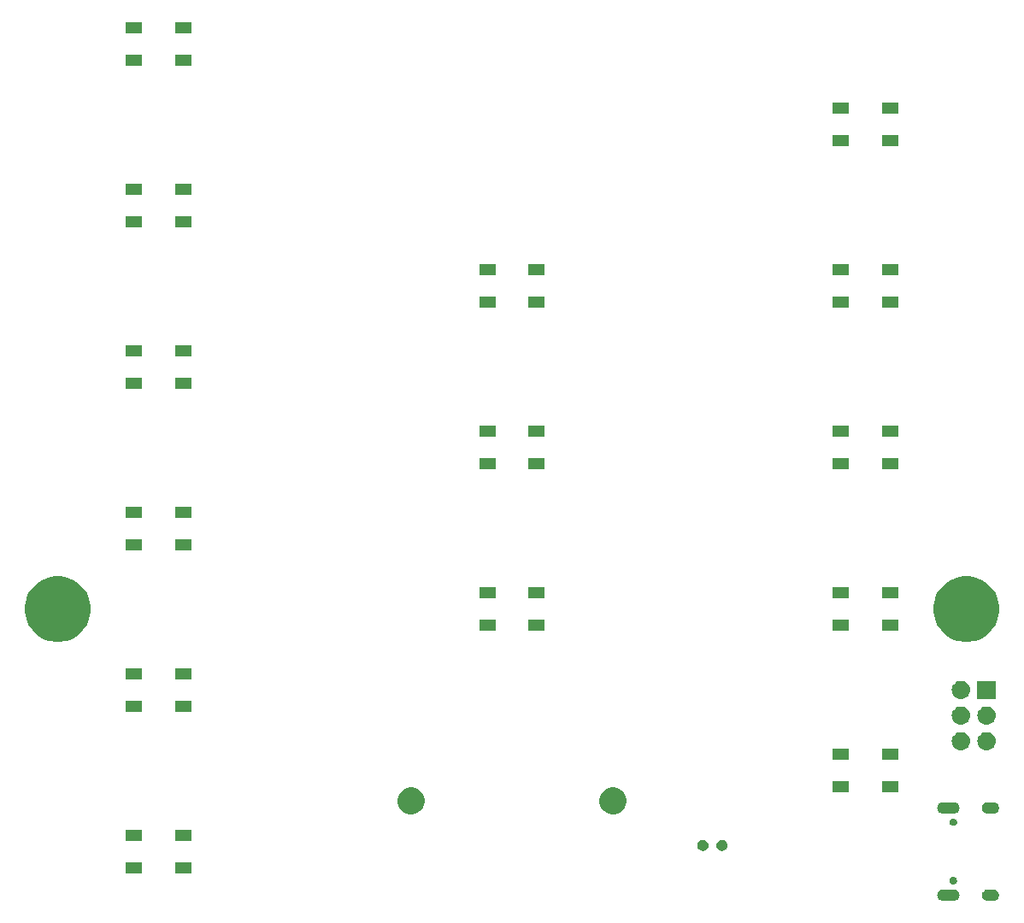
<source format=gbr>
G04 #@! TF.GenerationSoftware,KiCad,Pcbnew,5.1.3-ffb9f22~84~ubuntu18.10.1*
G04 #@! TF.CreationDate,2020-02-01T18:16:24-05:00*
G04 #@! TF.ProjectId,FIFO_Clock,4649464f-5f43-46c6-9f63-6b2e6b696361,rev?*
G04 #@! TF.SameCoordinates,PX2faf080PY2faf080*
G04 #@! TF.FileFunction,Soldermask,Top*
G04 #@! TF.FilePolarity,Negative*
%FSLAX46Y46*%
G04 Gerber Fmt 4.6, Leading zero omitted, Abs format (unit mm)*
G04 Created by KiCad (PCBNEW 5.1.3-ffb9f22~84~ubuntu18.10.1) date 2020-02-01 18:16:24*
%MOMM*%
%LPD*%
G04 APERTURE LIST*
%ADD10C,0.100000*%
G04 APERTURE END LIST*
D10*
G36*
X97808015Y-93776973D02*
G01*
X97911879Y-93808479D01*
X97939055Y-93823005D01*
X98007600Y-93859643D01*
X98091501Y-93928499D01*
X98160357Y-94012400D01*
X98196995Y-94080945D01*
X98211521Y-94108121D01*
X98243027Y-94211985D01*
X98253666Y-94320000D01*
X98243027Y-94428015D01*
X98211521Y-94531879D01*
X98211519Y-94531882D01*
X98160357Y-94627600D01*
X98091501Y-94711501D01*
X98007600Y-94780357D01*
X97939055Y-94816995D01*
X97911879Y-94831521D01*
X97808015Y-94863027D01*
X97727067Y-94871000D01*
X97072933Y-94871000D01*
X96991985Y-94863027D01*
X96888121Y-94831521D01*
X96860945Y-94816995D01*
X96792400Y-94780357D01*
X96708499Y-94711501D01*
X96639643Y-94627600D01*
X96588481Y-94531882D01*
X96588479Y-94531879D01*
X96556973Y-94428015D01*
X96546334Y-94320000D01*
X96556973Y-94211985D01*
X96588479Y-94108121D01*
X96603005Y-94080945D01*
X96639643Y-94012400D01*
X96708499Y-93928499D01*
X96792400Y-93859643D01*
X96860945Y-93823005D01*
X96888121Y-93808479D01*
X96991985Y-93776973D01*
X97072933Y-93769000D01*
X97727067Y-93769000D01*
X97808015Y-93776973D01*
X97808015Y-93776973D01*
G37*
G36*
X93878015Y-93776973D02*
G01*
X93981879Y-93808479D01*
X94009055Y-93823005D01*
X94077600Y-93859643D01*
X94161501Y-93928499D01*
X94230357Y-94012400D01*
X94266995Y-94080945D01*
X94281521Y-94108121D01*
X94313027Y-94211985D01*
X94323666Y-94320000D01*
X94313027Y-94428015D01*
X94281521Y-94531879D01*
X94281519Y-94531882D01*
X94230357Y-94627600D01*
X94161501Y-94711501D01*
X94077600Y-94780357D01*
X94009055Y-94816995D01*
X93981879Y-94831521D01*
X93878015Y-94863027D01*
X93797067Y-94871000D01*
X92642933Y-94871000D01*
X92561985Y-94863027D01*
X92458121Y-94831521D01*
X92430945Y-94816995D01*
X92362400Y-94780357D01*
X92278499Y-94711501D01*
X92209643Y-94627600D01*
X92158481Y-94531882D01*
X92158479Y-94531879D01*
X92126973Y-94428015D01*
X92116334Y-94320000D01*
X92126973Y-94211985D01*
X92158479Y-94108121D01*
X92173005Y-94080945D01*
X92209643Y-94012400D01*
X92278499Y-93928499D01*
X92362400Y-93859643D01*
X92430945Y-93823005D01*
X92458121Y-93808479D01*
X92561985Y-93776973D01*
X92642933Y-93769000D01*
X93797067Y-93769000D01*
X93878015Y-93776973D01*
X93878015Y-93776973D01*
G37*
G36*
X93809672Y-92528449D02*
G01*
X93809674Y-92528450D01*
X93809675Y-92528450D01*
X93878103Y-92556793D01*
X93939686Y-92597942D01*
X93992058Y-92650314D01*
X94033207Y-92711897D01*
X94061550Y-92780325D01*
X94076000Y-92852967D01*
X94076000Y-92927033D01*
X94061550Y-92999675D01*
X94033207Y-93068103D01*
X93992058Y-93129686D01*
X93939686Y-93182058D01*
X93878103Y-93223207D01*
X93809675Y-93251550D01*
X93809674Y-93251550D01*
X93809672Y-93251551D01*
X93737034Y-93266000D01*
X93662966Y-93266000D01*
X93590328Y-93251551D01*
X93590326Y-93251550D01*
X93590325Y-93251550D01*
X93521897Y-93223207D01*
X93460314Y-93182058D01*
X93407942Y-93129686D01*
X93366793Y-93068103D01*
X93338450Y-92999675D01*
X93324000Y-92927033D01*
X93324000Y-92852967D01*
X93338450Y-92780325D01*
X93366793Y-92711897D01*
X93407942Y-92650314D01*
X93460314Y-92597942D01*
X93521897Y-92556793D01*
X93590325Y-92528450D01*
X93590326Y-92528450D01*
X93590328Y-92528449D01*
X93662966Y-92514000D01*
X93737034Y-92514000D01*
X93809672Y-92528449D01*
X93809672Y-92528449D01*
G37*
G36*
X18251000Y-92151000D02*
G01*
X16649000Y-92151000D01*
X16649000Y-91049000D01*
X18251000Y-91049000D01*
X18251000Y-92151000D01*
X18251000Y-92151000D01*
G37*
G36*
X13351000Y-92151000D02*
G01*
X11749000Y-92151000D01*
X11749000Y-91049000D01*
X13351000Y-91049000D01*
X13351000Y-92151000D01*
X13351000Y-92151000D01*
G37*
G36*
X70960721Y-88870174D02*
G01*
X71060995Y-88911709D01*
X71060996Y-88911710D01*
X71151242Y-88972010D01*
X71227990Y-89048758D01*
X71227991Y-89048760D01*
X71288291Y-89139005D01*
X71329826Y-89239279D01*
X71351000Y-89345730D01*
X71351000Y-89454270D01*
X71329826Y-89560721D01*
X71288291Y-89660995D01*
X71288290Y-89660996D01*
X71227990Y-89751242D01*
X71151242Y-89827990D01*
X71105812Y-89858345D01*
X71060995Y-89888291D01*
X70960721Y-89929826D01*
X70854270Y-89951000D01*
X70745730Y-89951000D01*
X70639279Y-89929826D01*
X70539005Y-89888291D01*
X70494188Y-89858345D01*
X70448758Y-89827990D01*
X70372010Y-89751242D01*
X70311710Y-89660996D01*
X70311709Y-89660995D01*
X70270174Y-89560721D01*
X70249000Y-89454270D01*
X70249000Y-89345730D01*
X70270174Y-89239279D01*
X70311709Y-89139005D01*
X70372009Y-89048760D01*
X70372010Y-89048758D01*
X70448758Y-88972010D01*
X70539004Y-88911710D01*
X70539005Y-88911709D01*
X70639279Y-88870174D01*
X70745730Y-88849000D01*
X70854270Y-88849000D01*
X70960721Y-88870174D01*
X70960721Y-88870174D01*
G37*
G36*
X69060721Y-88870174D02*
G01*
X69160995Y-88911709D01*
X69160996Y-88911710D01*
X69251242Y-88972010D01*
X69327990Y-89048758D01*
X69327991Y-89048760D01*
X69388291Y-89139005D01*
X69429826Y-89239279D01*
X69451000Y-89345730D01*
X69451000Y-89454270D01*
X69429826Y-89560721D01*
X69388291Y-89660995D01*
X69388290Y-89660996D01*
X69327990Y-89751242D01*
X69251242Y-89827990D01*
X69205812Y-89858345D01*
X69160995Y-89888291D01*
X69060721Y-89929826D01*
X68954270Y-89951000D01*
X68845730Y-89951000D01*
X68739279Y-89929826D01*
X68639005Y-89888291D01*
X68594188Y-89858345D01*
X68548758Y-89827990D01*
X68472010Y-89751242D01*
X68411710Y-89660996D01*
X68411709Y-89660995D01*
X68370174Y-89560721D01*
X68349000Y-89454270D01*
X68349000Y-89345730D01*
X68370174Y-89239279D01*
X68411709Y-89139005D01*
X68472009Y-89048760D01*
X68472010Y-89048758D01*
X68548758Y-88972010D01*
X68639004Y-88911710D01*
X68639005Y-88911709D01*
X68739279Y-88870174D01*
X68845730Y-88849000D01*
X68954270Y-88849000D01*
X69060721Y-88870174D01*
X69060721Y-88870174D01*
G37*
G36*
X18251000Y-88951000D02*
G01*
X16649000Y-88951000D01*
X16649000Y-87849000D01*
X18251000Y-87849000D01*
X18251000Y-88951000D01*
X18251000Y-88951000D01*
G37*
G36*
X13351000Y-88951000D02*
G01*
X11749000Y-88951000D01*
X11749000Y-87849000D01*
X13351000Y-87849000D01*
X13351000Y-88951000D01*
X13351000Y-88951000D01*
G37*
G36*
X93829672Y-86748449D02*
G01*
X93829674Y-86748450D01*
X93829675Y-86748450D01*
X93898103Y-86776793D01*
X93959686Y-86817942D01*
X94012058Y-86870314D01*
X94053207Y-86931897D01*
X94081550Y-87000325D01*
X94096000Y-87072967D01*
X94096000Y-87147033D01*
X94081550Y-87219675D01*
X94053207Y-87288103D01*
X94012058Y-87349686D01*
X93959686Y-87402058D01*
X93898103Y-87443207D01*
X93829675Y-87471550D01*
X93829674Y-87471550D01*
X93829672Y-87471551D01*
X93757034Y-87486000D01*
X93682966Y-87486000D01*
X93610328Y-87471551D01*
X93610326Y-87471550D01*
X93610325Y-87471550D01*
X93541897Y-87443207D01*
X93480314Y-87402058D01*
X93427942Y-87349686D01*
X93386793Y-87288103D01*
X93358450Y-87219675D01*
X93344000Y-87147033D01*
X93344000Y-87072967D01*
X93358450Y-87000325D01*
X93386793Y-86931897D01*
X93427942Y-86870314D01*
X93480314Y-86817942D01*
X93541897Y-86776793D01*
X93610325Y-86748450D01*
X93610326Y-86748450D01*
X93610328Y-86748449D01*
X93682966Y-86734000D01*
X93757034Y-86734000D01*
X93829672Y-86748449D01*
X93829672Y-86748449D01*
G37*
G36*
X40394072Y-83700918D02*
G01*
X40639939Y-83802759D01*
X40861212Y-83950610D01*
X41049390Y-84138788D01*
X41197241Y-84360061D01*
X41299082Y-84605928D01*
X41351000Y-84866938D01*
X41351000Y-85133062D01*
X41299082Y-85394072D01*
X41197241Y-85639939D01*
X41049390Y-85861212D01*
X40861212Y-86049390D01*
X40639939Y-86197241D01*
X40639938Y-86197242D01*
X40639937Y-86197242D01*
X40394072Y-86299082D01*
X40133063Y-86351000D01*
X39866937Y-86351000D01*
X39605928Y-86299082D01*
X39360063Y-86197242D01*
X39360062Y-86197242D01*
X39360061Y-86197241D01*
X39138788Y-86049390D01*
X38950610Y-85861212D01*
X38802759Y-85639939D01*
X38700918Y-85394072D01*
X38649000Y-85133062D01*
X38649000Y-84866938D01*
X38700918Y-84605928D01*
X38802759Y-84360061D01*
X38950610Y-84138788D01*
X39138788Y-83950610D01*
X39360061Y-83802759D01*
X39605928Y-83700918D01*
X39866937Y-83649000D01*
X40133063Y-83649000D01*
X40394072Y-83700918D01*
X40394072Y-83700918D01*
G37*
G36*
X60394072Y-83700918D02*
G01*
X60639939Y-83802759D01*
X60861212Y-83950610D01*
X61049390Y-84138788D01*
X61197241Y-84360061D01*
X61299082Y-84605928D01*
X61351000Y-84866938D01*
X61351000Y-85133062D01*
X61299082Y-85394072D01*
X61197241Y-85639939D01*
X61049390Y-85861212D01*
X60861212Y-86049390D01*
X60639939Y-86197241D01*
X60639938Y-86197242D01*
X60639937Y-86197242D01*
X60394072Y-86299082D01*
X60133063Y-86351000D01*
X59866937Y-86351000D01*
X59605928Y-86299082D01*
X59360063Y-86197242D01*
X59360062Y-86197242D01*
X59360061Y-86197241D01*
X59138788Y-86049390D01*
X58950610Y-85861212D01*
X58802759Y-85639939D01*
X58700918Y-85394072D01*
X58649000Y-85133062D01*
X58649000Y-84866938D01*
X58700918Y-84605928D01*
X58802759Y-84360061D01*
X58950610Y-84138788D01*
X59138788Y-83950610D01*
X59360061Y-83802759D01*
X59605928Y-83700918D01*
X59866937Y-83649000D01*
X60133063Y-83649000D01*
X60394072Y-83700918D01*
X60394072Y-83700918D01*
G37*
G36*
X93878015Y-85136973D02*
G01*
X93981879Y-85168479D01*
X94009055Y-85183005D01*
X94077600Y-85219643D01*
X94161501Y-85288499D01*
X94230357Y-85372400D01*
X94266995Y-85440945D01*
X94281521Y-85468121D01*
X94313027Y-85571985D01*
X94323666Y-85680000D01*
X94313027Y-85788015D01*
X94281521Y-85891879D01*
X94281519Y-85891882D01*
X94230357Y-85987600D01*
X94161501Y-86071501D01*
X94077600Y-86140357D01*
X94009055Y-86176995D01*
X93981879Y-86191521D01*
X93878015Y-86223027D01*
X93797067Y-86231000D01*
X92642933Y-86231000D01*
X92561985Y-86223027D01*
X92458121Y-86191521D01*
X92430945Y-86176995D01*
X92362400Y-86140357D01*
X92278499Y-86071501D01*
X92209643Y-85987600D01*
X92158481Y-85891882D01*
X92158479Y-85891879D01*
X92126973Y-85788015D01*
X92116334Y-85680000D01*
X92126973Y-85571985D01*
X92158479Y-85468121D01*
X92173005Y-85440945D01*
X92209643Y-85372400D01*
X92278499Y-85288499D01*
X92362400Y-85219643D01*
X92430945Y-85183005D01*
X92458121Y-85168479D01*
X92561985Y-85136973D01*
X92642933Y-85129000D01*
X93797067Y-85129000D01*
X93878015Y-85136973D01*
X93878015Y-85136973D01*
G37*
G36*
X97808015Y-85136973D02*
G01*
X97911879Y-85168479D01*
X97939055Y-85183005D01*
X98007600Y-85219643D01*
X98091501Y-85288499D01*
X98160357Y-85372400D01*
X98196995Y-85440945D01*
X98211521Y-85468121D01*
X98243027Y-85571985D01*
X98253666Y-85680000D01*
X98243027Y-85788015D01*
X98211521Y-85891879D01*
X98211519Y-85891882D01*
X98160357Y-85987600D01*
X98091501Y-86071501D01*
X98007600Y-86140357D01*
X97939055Y-86176995D01*
X97911879Y-86191521D01*
X97808015Y-86223027D01*
X97727067Y-86231000D01*
X97072933Y-86231000D01*
X96991985Y-86223027D01*
X96888121Y-86191521D01*
X96860945Y-86176995D01*
X96792400Y-86140357D01*
X96708499Y-86071501D01*
X96639643Y-85987600D01*
X96588481Y-85891882D01*
X96588479Y-85891879D01*
X96556973Y-85788015D01*
X96546334Y-85680000D01*
X96556973Y-85571985D01*
X96588479Y-85468121D01*
X96603005Y-85440945D01*
X96639643Y-85372400D01*
X96708499Y-85288499D01*
X96792400Y-85219643D01*
X96860945Y-85183005D01*
X96888121Y-85168479D01*
X96991985Y-85136973D01*
X97072933Y-85129000D01*
X97727067Y-85129000D01*
X97808015Y-85136973D01*
X97808015Y-85136973D01*
G37*
G36*
X88251000Y-84151000D02*
G01*
X86649000Y-84151000D01*
X86649000Y-83049000D01*
X88251000Y-83049000D01*
X88251000Y-84151000D01*
X88251000Y-84151000D01*
G37*
G36*
X83351000Y-84151000D02*
G01*
X81749000Y-84151000D01*
X81749000Y-83049000D01*
X83351000Y-83049000D01*
X83351000Y-84151000D01*
X83351000Y-84151000D01*
G37*
G36*
X88251000Y-80951000D02*
G01*
X86649000Y-80951000D01*
X86649000Y-79849000D01*
X88251000Y-79849000D01*
X88251000Y-80951000D01*
X88251000Y-80951000D01*
G37*
G36*
X83351000Y-80951000D02*
G01*
X81749000Y-80951000D01*
X81749000Y-79849000D01*
X83351000Y-79849000D01*
X83351000Y-80951000D01*
X83351000Y-80951000D01*
G37*
G36*
X94570442Y-78185518D02*
G01*
X94636627Y-78192037D01*
X94806466Y-78243557D01*
X94962991Y-78327222D01*
X94998729Y-78356552D01*
X95100186Y-78439814D01*
X95183448Y-78541271D01*
X95212778Y-78577009D01*
X95296443Y-78733534D01*
X95347963Y-78903373D01*
X95365359Y-79080000D01*
X95347963Y-79256627D01*
X95296443Y-79426466D01*
X95212778Y-79582991D01*
X95183448Y-79618729D01*
X95100186Y-79720186D01*
X94998729Y-79803448D01*
X94962991Y-79832778D01*
X94806466Y-79916443D01*
X94636627Y-79967963D01*
X94570443Y-79974481D01*
X94504260Y-79981000D01*
X94415740Y-79981000D01*
X94349557Y-79974481D01*
X94283373Y-79967963D01*
X94113534Y-79916443D01*
X93957009Y-79832778D01*
X93921271Y-79803448D01*
X93819814Y-79720186D01*
X93736552Y-79618729D01*
X93707222Y-79582991D01*
X93623557Y-79426466D01*
X93572037Y-79256627D01*
X93554641Y-79080000D01*
X93572037Y-78903373D01*
X93623557Y-78733534D01*
X93707222Y-78577009D01*
X93736552Y-78541271D01*
X93819814Y-78439814D01*
X93921271Y-78356552D01*
X93957009Y-78327222D01*
X94113534Y-78243557D01*
X94283373Y-78192037D01*
X94349558Y-78185518D01*
X94415740Y-78179000D01*
X94504260Y-78179000D01*
X94570442Y-78185518D01*
X94570442Y-78185518D01*
G37*
G36*
X97110442Y-78185518D02*
G01*
X97176627Y-78192037D01*
X97346466Y-78243557D01*
X97502991Y-78327222D01*
X97538729Y-78356552D01*
X97640186Y-78439814D01*
X97723448Y-78541271D01*
X97752778Y-78577009D01*
X97836443Y-78733534D01*
X97887963Y-78903373D01*
X97905359Y-79080000D01*
X97887963Y-79256627D01*
X97836443Y-79426466D01*
X97752778Y-79582991D01*
X97723448Y-79618729D01*
X97640186Y-79720186D01*
X97538729Y-79803448D01*
X97502991Y-79832778D01*
X97346466Y-79916443D01*
X97176627Y-79967963D01*
X97110443Y-79974481D01*
X97044260Y-79981000D01*
X96955740Y-79981000D01*
X96889557Y-79974481D01*
X96823373Y-79967963D01*
X96653534Y-79916443D01*
X96497009Y-79832778D01*
X96461271Y-79803448D01*
X96359814Y-79720186D01*
X96276552Y-79618729D01*
X96247222Y-79582991D01*
X96163557Y-79426466D01*
X96112037Y-79256627D01*
X96094641Y-79080000D01*
X96112037Y-78903373D01*
X96163557Y-78733534D01*
X96247222Y-78577009D01*
X96276552Y-78541271D01*
X96359814Y-78439814D01*
X96461271Y-78356552D01*
X96497009Y-78327222D01*
X96653534Y-78243557D01*
X96823373Y-78192037D01*
X96889558Y-78185518D01*
X96955740Y-78179000D01*
X97044260Y-78179000D01*
X97110442Y-78185518D01*
X97110442Y-78185518D01*
G37*
G36*
X94570442Y-75645518D02*
G01*
X94636627Y-75652037D01*
X94806466Y-75703557D01*
X94962991Y-75787222D01*
X94998729Y-75816552D01*
X95100186Y-75899814D01*
X95183448Y-76001271D01*
X95212778Y-76037009D01*
X95296443Y-76193534D01*
X95347963Y-76363373D01*
X95365359Y-76540000D01*
X95347963Y-76716627D01*
X95296443Y-76886466D01*
X95212778Y-77042991D01*
X95183448Y-77078729D01*
X95100186Y-77180186D01*
X94998729Y-77263448D01*
X94962991Y-77292778D01*
X94806466Y-77376443D01*
X94636627Y-77427963D01*
X94570442Y-77434482D01*
X94504260Y-77441000D01*
X94415740Y-77441000D01*
X94349558Y-77434482D01*
X94283373Y-77427963D01*
X94113534Y-77376443D01*
X93957009Y-77292778D01*
X93921271Y-77263448D01*
X93819814Y-77180186D01*
X93736552Y-77078729D01*
X93707222Y-77042991D01*
X93623557Y-76886466D01*
X93572037Y-76716627D01*
X93554641Y-76540000D01*
X93572037Y-76363373D01*
X93623557Y-76193534D01*
X93707222Y-76037009D01*
X93736552Y-76001271D01*
X93819814Y-75899814D01*
X93921271Y-75816552D01*
X93957009Y-75787222D01*
X94113534Y-75703557D01*
X94283373Y-75652037D01*
X94349558Y-75645518D01*
X94415740Y-75639000D01*
X94504260Y-75639000D01*
X94570442Y-75645518D01*
X94570442Y-75645518D01*
G37*
G36*
X97110442Y-75645518D02*
G01*
X97176627Y-75652037D01*
X97346466Y-75703557D01*
X97502991Y-75787222D01*
X97538729Y-75816552D01*
X97640186Y-75899814D01*
X97723448Y-76001271D01*
X97752778Y-76037009D01*
X97836443Y-76193534D01*
X97887963Y-76363373D01*
X97905359Y-76540000D01*
X97887963Y-76716627D01*
X97836443Y-76886466D01*
X97752778Y-77042991D01*
X97723448Y-77078729D01*
X97640186Y-77180186D01*
X97538729Y-77263448D01*
X97502991Y-77292778D01*
X97346466Y-77376443D01*
X97176627Y-77427963D01*
X97110442Y-77434482D01*
X97044260Y-77441000D01*
X96955740Y-77441000D01*
X96889558Y-77434482D01*
X96823373Y-77427963D01*
X96653534Y-77376443D01*
X96497009Y-77292778D01*
X96461271Y-77263448D01*
X96359814Y-77180186D01*
X96276552Y-77078729D01*
X96247222Y-77042991D01*
X96163557Y-76886466D01*
X96112037Y-76716627D01*
X96094641Y-76540000D01*
X96112037Y-76363373D01*
X96163557Y-76193534D01*
X96247222Y-76037009D01*
X96276552Y-76001271D01*
X96359814Y-75899814D01*
X96461271Y-75816552D01*
X96497009Y-75787222D01*
X96653534Y-75703557D01*
X96823373Y-75652037D01*
X96889558Y-75645518D01*
X96955740Y-75639000D01*
X97044260Y-75639000D01*
X97110442Y-75645518D01*
X97110442Y-75645518D01*
G37*
G36*
X18251000Y-76151000D02*
G01*
X16649000Y-76151000D01*
X16649000Y-75049000D01*
X18251000Y-75049000D01*
X18251000Y-76151000D01*
X18251000Y-76151000D01*
G37*
G36*
X13351000Y-76151000D02*
G01*
X11749000Y-76151000D01*
X11749000Y-75049000D01*
X13351000Y-75049000D01*
X13351000Y-76151000D01*
X13351000Y-76151000D01*
G37*
G36*
X97901000Y-74901000D02*
G01*
X96099000Y-74901000D01*
X96099000Y-73099000D01*
X97901000Y-73099000D01*
X97901000Y-74901000D01*
X97901000Y-74901000D01*
G37*
G36*
X94570443Y-73105519D02*
G01*
X94636627Y-73112037D01*
X94806466Y-73163557D01*
X94962991Y-73247222D01*
X94998729Y-73276552D01*
X95100186Y-73359814D01*
X95183448Y-73461271D01*
X95212778Y-73497009D01*
X95296443Y-73653534D01*
X95347963Y-73823373D01*
X95365359Y-74000000D01*
X95347963Y-74176627D01*
X95296443Y-74346466D01*
X95212778Y-74502991D01*
X95183448Y-74538729D01*
X95100186Y-74640186D01*
X94998729Y-74723448D01*
X94962991Y-74752778D01*
X94806466Y-74836443D01*
X94636627Y-74887963D01*
X94570442Y-74894482D01*
X94504260Y-74901000D01*
X94415740Y-74901000D01*
X94349558Y-74894482D01*
X94283373Y-74887963D01*
X94113534Y-74836443D01*
X93957009Y-74752778D01*
X93921271Y-74723448D01*
X93819814Y-74640186D01*
X93736552Y-74538729D01*
X93707222Y-74502991D01*
X93623557Y-74346466D01*
X93572037Y-74176627D01*
X93554641Y-74000000D01*
X93572037Y-73823373D01*
X93623557Y-73653534D01*
X93707222Y-73497009D01*
X93736552Y-73461271D01*
X93819814Y-73359814D01*
X93921271Y-73276552D01*
X93957009Y-73247222D01*
X94113534Y-73163557D01*
X94283373Y-73112037D01*
X94349557Y-73105519D01*
X94415740Y-73099000D01*
X94504260Y-73099000D01*
X94570443Y-73105519D01*
X94570443Y-73105519D01*
G37*
G36*
X13351000Y-72951000D02*
G01*
X11749000Y-72951000D01*
X11749000Y-71849000D01*
X13351000Y-71849000D01*
X13351000Y-72951000D01*
X13351000Y-72951000D01*
G37*
G36*
X18251000Y-72951000D02*
G01*
X16649000Y-72951000D01*
X16649000Y-71849000D01*
X18251000Y-71849000D01*
X18251000Y-72951000D01*
X18251000Y-72951000D01*
G37*
G36*
X5634239Y-62811467D02*
G01*
X5948282Y-62873934D01*
X6539926Y-63119001D01*
X7072392Y-63474784D01*
X7525216Y-63927608D01*
X7880999Y-64460074D01*
X8084347Y-64951000D01*
X8126066Y-65051719D01*
X8251000Y-65679803D01*
X8251000Y-66320197D01*
X8188533Y-66634239D01*
X8126066Y-66948282D01*
X7880999Y-67539926D01*
X7525216Y-68072392D01*
X7072392Y-68525216D01*
X6539926Y-68880999D01*
X5948282Y-69126066D01*
X5634239Y-69188533D01*
X5320197Y-69251000D01*
X4679803Y-69251000D01*
X4365761Y-69188533D01*
X4051718Y-69126066D01*
X3460074Y-68880999D01*
X2927608Y-68525216D01*
X2474784Y-68072392D01*
X2119001Y-67539926D01*
X1873934Y-66948282D01*
X1811467Y-66634239D01*
X1749000Y-66320197D01*
X1749000Y-65679803D01*
X1873934Y-65051719D01*
X1915653Y-64951000D01*
X2119001Y-64460074D01*
X2474784Y-63927608D01*
X2927608Y-63474784D01*
X3460074Y-63119001D01*
X4051718Y-62873934D01*
X4365761Y-62811467D01*
X4679803Y-62749000D01*
X5320197Y-62749000D01*
X5634239Y-62811467D01*
X5634239Y-62811467D01*
G37*
G36*
X95634239Y-62811467D02*
G01*
X95948282Y-62873934D01*
X96539926Y-63119001D01*
X97072392Y-63474784D01*
X97525216Y-63927608D01*
X97880999Y-64460074D01*
X98084347Y-64951000D01*
X98126066Y-65051719D01*
X98251000Y-65679803D01*
X98251000Y-66320197D01*
X98188533Y-66634239D01*
X98126066Y-66948282D01*
X97880999Y-67539926D01*
X97525216Y-68072392D01*
X97072392Y-68525216D01*
X96539926Y-68880999D01*
X95948282Y-69126066D01*
X95634239Y-69188533D01*
X95320197Y-69251000D01*
X94679803Y-69251000D01*
X94365761Y-69188533D01*
X94051718Y-69126066D01*
X93460074Y-68880999D01*
X92927608Y-68525216D01*
X92474784Y-68072392D01*
X92119001Y-67539926D01*
X91873934Y-66948282D01*
X91811467Y-66634239D01*
X91749000Y-66320197D01*
X91749000Y-65679803D01*
X91873934Y-65051719D01*
X91915653Y-64951000D01*
X92119001Y-64460074D01*
X92474784Y-63927608D01*
X92927608Y-63474784D01*
X93460074Y-63119001D01*
X94051718Y-62873934D01*
X94365761Y-62811467D01*
X94679803Y-62749000D01*
X95320197Y-62749000D01*
X95634239Y-62811467D01*
X95634239Y-62811467D01*
G37*
G36*
X53251000Y-68151000D02*
G01*
X51649000Y-68151000D01*
X51649000Y-67049000D01*
X53251000Y-67049000D01*
X53251000Y-68151000D01*
X53251000Y-68151000D01*
G37*
G36*
X48351000Y-68151000D02*
G01*
X46749000Y-68151000D01*
X46749000Y-67049000D01*
X48351000Y-67049000D01*
X48351000Y-68151000D01*
X48351000Y-68151000D01*
G37*
G36*
X88251000Y-68151000D02*
G01*
X86649000Y-68151000D01*
X86649000Y-67049000D01*
X88251000Y-67049000D01*
X88251000Y-68151000D01*
X88251000Y-68151000D01*
G37*
G36*
X83351000Y-68151000D02*
G01*
X81749000Y-68151000D01*
X81749000Y-67049000D01*
X83351000Y-67049000D01*
X83351000Y-68151000D01*
X83351000Y-68151000D01*
G37*
G36*
X88251000Y-64951000D02*
G01*
X86649000Y-64951000D01*
X86649000Y-63849000D01*
X88251000Y-63849000D01*
X88251000Y-64951000D01*
X88251000Y-64951000D01*
G37*
G36*
X48351000Y-64951000D02*
G01*
X46749000Y-64951000D01*
X46749000Y-63849000D01*
X48351000Y-63849000D01*
X48351000Y-64951000D01*
X48351000Y-64951000D01*
G37*
G36*
X53251000Y-64951000D02*
G01*
X51649000Y-64951000D01*
X51649000Y-63849000D01*
X53251000Y-63849000D01*
X53251000Y-64951000D01*
X53251000Y-64951000D01*
G37*
G36*
X83351000Y-64951000D02*
G01*
X81749000Y-64951000D01*
X81749000Y-63849000D01*
X83351000Y-63849000D01*
X83351000Y-64951000D01*
X83351000Y-64951000D01*
G37*
G36*
X13351000Y-60151000D02*
G01*
X11749000Y-60151000D01*
X11749000Y-59049000D01*
X13351000Y-59049000D01*
X13351000Y-60151000D01*
X13351000Y-60151000D01*
G37*
G36*
X18251000Y-60151000D02*
G01*
X16649000Y-60151000D01*
X16649000Y-59049000D01*
X18251000Y-59049000D01*
X18251000Y-60151000D01*
X18251000Y-60151000D01*
G37*
G36*
X18251000Y-56951000D02*
G01*
X16649000Y-56951000D01*
X16649000Y-55849000D01*
X18251000Y-55849000D01*
X18251000Y-56951000D01*
X18251000Y-56951000D01*
G37*
G36*
X13351000Y-56951000D02*
G01*
X11749000Y-56951000D01*
X11749000Y-55849000D01*
X13351000Y-55849000D01*
X13351000Y-56951000D01*
X13351000Y-56951000D01*
G37*
G36*
X53251000Y-52151000D02*
G01*
X51649000Y-52151000D01*
X51649000Y-51049000D01*
X53251000Y-51049000D01*
X53251000Y-52151000D01*
X53251000Y-52151000D01*
G37*
G36*
X83351000Y-52151000D02*
G01*
X81749000Y-52151000D01*
X81749000Y-51049000D01*
X83351000Y-51049000D01*
X83351000Y-52151000D01*
X83351000Y-52151000D01*
G37*
G36*
X48351000Y-52151000D02*
G01*
X46749000Y-52151000D01*
X46749000Y-51049000D01*
X48351000Y-51049000D01*
X48351000Y-52151000D01*
X48351000Y-52151000D01*
G37*
G36*
X88251000Y-52151000D02*
G01*
X86649000Y-52151000D01*
X86649000Y-51049000D01*
X88251000Y-51049000D01*
X88251000Y-52151000D01*
X88251000Y-52151000D01*
G37*
G36*
X88251000Y-48951000D02*
G01*
X86649000Y-48951000D01*
X86649000Y-47849000D01*
X88251000Y-47849000D01*
X88251000Y-48951000D01*
X88251000Y-48951000D01*
G37*
G36*
X48351000Y-48951000D02*
G01*
X46749000Y-48951000D01*
X46749000Y-47849000D01*
X48351000Y-47849000D01*
X48351000Y-48951000D01*
X48351000Y-48951000D01*
G37*
G36*
X83351000Y-48951000D02*
G01*
X81749000Y-48951000D01*
X81749000Y-47849000D01*
X83351000Y-47849000D01*
X83351000Y-48951000D01*
X83351000Y-48951000D01*
G37*
G36*
X53251000Y-48951000D02*
G01*
X51649000Y-48951000D01*
X51649000Y-47849000D01*
X53251000Y-47849000D01*
X53251000Y-48951000D01*
X53251000Y-48951000D01*
G37*
G36*
X18251000Y-44151000D02*
G01*
X16649000Y-44151000D01*
X16649000Y-43049000D01*
X18251000Y-43049000D01*
X18251000Y-44151000D01*
X18251000Y-44151000D01*
G37*
G36*
X13351000Y-44151000D02*
G01*
X11749000Y-44151000D01*
X11749000Y-43049000D01*
X13351000Y-43049000D01*
X13351000Y-44151000D01*
X13351000Y-44151000D01*
G37*
G36*
X18251000Y-40951000D02*
G01*
X16649000Y-40951000D01*
X16649000Y-39849000D01*
X18251000Y-39849000D01*
X18251000Y-40951000D01*
X18251000Y-40951000D01*
G37*
G36*
X13351000Y-40951000D02*
G01*
X11749000Y-40951000D01*
X11749000Y-39849000D01*
X13351000Y-39849000D01*
X13351000Y-40951000D01*
X13351000Y-40951000D01*
G37*
G36*
X88251000Y-36151000D02*
G01*
X86649000Y-36151000D01*
X86649000Y-35049000D01*
X88251000Y-35049000D01*
X88251000Y-36151000D01*
X88251000Y-36151000D01*
G37*
G36*
X53251000Y-36151000D02*
G01*
X51649000Y-36151000D01*
X51649000Y-35049000D01*
X53251000Y-35049000D01*
X53251000Y-36151000D01*
X53251000Y-36151000D01*
G37*
G36*
X83351000Y-36151000D02*
G01*
X81749000Y-36151000D01*
X81749000Y-35049000D01*
X83351000Y-35049000D01*
X83351000Y-36151000D01*
X83351000Y-36151000D01*
G37*
G36*
X48351000Y-36151000D02*
G01*
X46749000Y-36151000D01*
X46749000Y-35049000D01*
X48351000Y-35049000D01*
X48351000Y-36151000D01*
X48351000Y-36151000D01*
G37*
G36*
X88251000Y-32951000D02*
G01*
X86649000Y-32951000D01*
X86649000Y-31849000D01*
X88251000Y-31849000D01*
X88251000Y-32951000D01*
X88251000Y-32951000D01*
G37*
G36*
X48351000Y-32951000D02*
G01*
X46749000Y-32951000D01*
X46749000Y-31849000D01*
X48351000Y-31849000D01*
X48351000Y-32951000D01*
X48351000Y-32951000D01*
G37*
G36*
X53251000Y-32951000D02*
G01*
X51649000Y-32951000D01*
X51649000Y-31849000D01*
X53251000Y-31849000D01*
X53251000Y-32951000D01*
X53251000Y-32951000D01*
G37*
G36*
X83351000Y-32951000D02*
G01*
X81749000Y-32951000D01*
X81749000Y-31849000D01*
X83351000Y-31849000D01*
X83351000Y-32951000D01*
X83351000Y-32951000D01*
G37*
G36*
X18251000Y-28151000D02*
G01*
X16649000Y-28151000D01*
X16649000Y-27049000D01*
X18251000Y-27049000D01*
X18251000Y-28151000D01*
X18251000Y-28151000D01*
G37*
G36*
X13351000Y-28151000D02*
G01*
X11749000Y-28151000D01*
X11749000Y-27049000D01*
X13351000Y-27049000D01*
X13351000Y-28151000D01*
X13351000Y-28151000D01*
G37*
G36*
X13351000Y-24951000D02*
G01*
X11749000Y-24951000D01*
X11749000Y-23849000D01*
X13351000Y-23849000D01*
X13351000Y-24951000D01*
X13351000Y-24951000D01*
G37*
G36*
X18251000Y-24951000D02*
G01*
X16649000Y-24951000D01*
X16649000Y-23849000D01*
X18251000Y-23849000D01*
X18251000Y-24951000D01*
X18251000Y-24951000D01*
G37*
G36*
X83351000Y-20151000D02*
G01*
X81749000Y-20151000D01*
X81749000Y-19049000D01*
X83351000Y-19049000D01*
X83351000Y-20151000D01*
X83351000Y-20151000D01*
G37*
G36*
X88251000Y-20151000D02*
G01*
X86649000Y-20151000D01*
X86649000Y-19049000D01*
X88251000Y-19049000D01*
X88251000Y-20151000D01*
X88251000Y-20151000D01*
G37*
G36*
X83351000Y-16951000D02*
G01*
X81749000Y-16951000D01*
X81749000Y-15849000D01*
X83351000Y-15849000D01*
X83351000Y-16951000D01*
X83351000Y-16951000D01*
G37*
G36*
X88251000Y-16951000D02*
G01*
X86649000Y-16951000D01*
X86649000Y-15849000D01*
X88251000Y-15849000D01*
X88251000Y-16951000D01*
X88251000Y-16951000D01*
G37*
G36*
X18251000Y-12151000D02*
G01*
X16649000Y-12151000D01*
X16649000Y-11049000D01*
X18251000Y-11049000D01*
X18251000Y-12151000D01*
X18251000Y-12151000D01*
G37*
G36*
X13351000Y-12151000D02*
G01*
X11749000Y-12151000D01*
X11749000Y-11049000D01*
X13351000Y-11049000D01*
X13351000Y-12151000D01*
X13351000Y-12151000D01*
G37*
G36*
X13351000Y-8951000D02*
G01*
X11749000Y-8951000D01*
X11749000Y-7849000D01*
X13351000Y-7849000D01*
X13351000Y-8951000D01*
X13351000Y-8951000D01*
G37*
G36*
X18251000Y-8951000D02*
G01*
X16649000Y-8951000D01*
X16649000Y-7849000D01*
X18251000Y-7849000D01*
X18251000Y-8951000D01*
X18251000Y-8951000D01*
G37*
M02*

</source>
